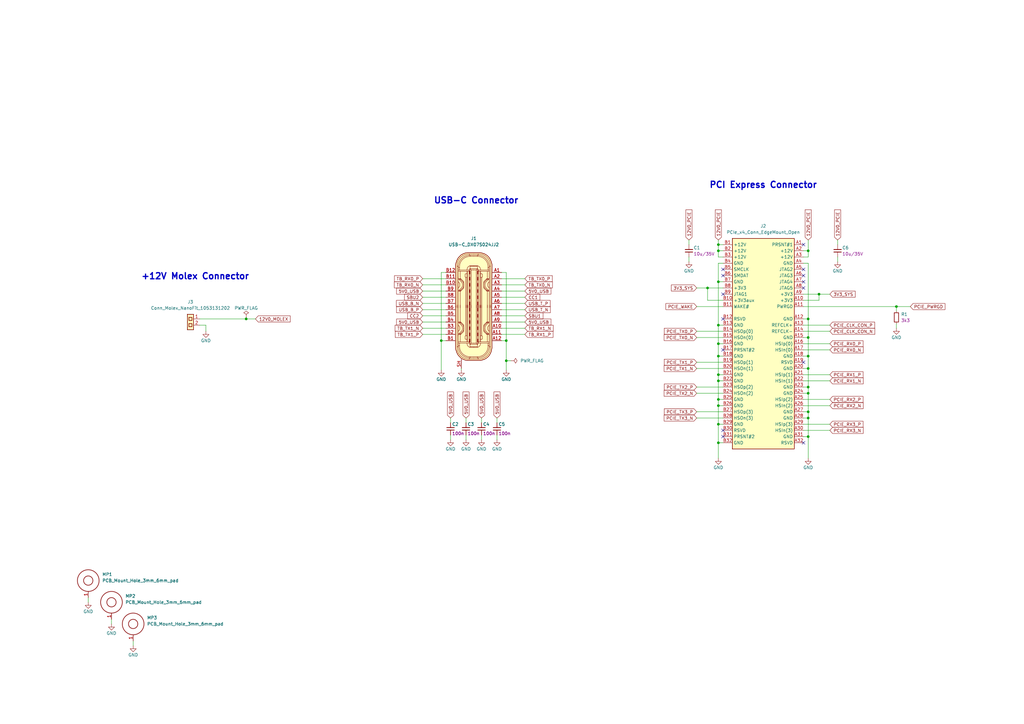
<source format=kicad_sch>
(kicad_sch (version 20230121) (generator eeschema)
  (paper "A3")
  (title_block (title "Thunderbolt PCIe Adaper") (date "2023-08-09") (rev "1.0.2") (comment 1 "www.antmicro.com") (comment 2 "Antmicro Ltd."))
  (lib_symbols
    (symbol "antmicropower:PWR_FLAG" (power) (pin_numbers hide) (pin_names (offset 0) hide)
      (property "Value" "PWR_FLAG" (at 0 3.81 0))
      (symbol "PWR_FLAG_0_0"
        (pin power_out line (at 0 0 90) (length 0) (name "pwr") (number "1"))
      )
      (symbol "PWR_FLAG_0_1"
        (polyline (pts (xy 0 0) (xy 0 1.27) (xy -1.016 1.905) (xy 0 2.54) (xy 1.016 1.905) (xy 0 1.27)))
      )
    )
    (symbol "thunderbolt-pcie-adapter:C_100n_0402" (pin_numbers hide) (pin_names hide)
      (property "Reference" "C" (at 20.32 -5.08 0))
      (property "Val" "100n" (at 20.32 -7.62 0))
      (symbol "C_100n_0402_0_1"
        (polyline (pts (xy 2.032 -1.524) (xy 2.032 1.524)) (stroke (width 0.3048)))
        (polyline (pts (xy 3.048 -1.524) (xy 3.048 1.524)) (stroke (width 0.3302)))
      )
      (symbol "C_100n_0402_1_1"
        (pin passive line (at 0 0 0) (length 2.032) (name "~") (number "1"))
        (pin passive line (at 5.08 0 180) (length 2.032) (name "~") (number "2"))
      )
    )
    (symbol "thunderbolt-pcie-adapter:C_10u_0805_35V" (pin_numbers hide) (pin_names hide)
      (property "Reference" "C" (at 20.32 -5.08 0))
      (property "Val" "10u/35V" (at 20.32 -7.62 0))
      (symbol "C_10u_0805_35V_0_1"
        (polyline (pts (xy 2.032 -1.524) (xy 2.032 1.524)) (stroke (width 0.3048)))
        (polyline (pts (xy 3.048 -1.524) (xy 3.048 1.524)) (stroke (width 0.3302)))
      )
      (symbol "C_10u_0805_35V_1_1"
        (pin passive line (at 0 0 0) (length 2.032) (name "~") (number "1"))
        (pin passive line (at 5.08 0 180) (length 2.032) (name "~") (number "2"))
      )
    )
    (symbol "thunderbolt-pcie-adapter:Conn_Molex_NanoFit_1053131202"
      (property "Reference" "J" (at 20.32 -5.08 0))
      (property "Value" "Conn_Molex_NanoFit_1053131202" (at 20.32 -7.62 0))
      (symbol "Conn_Molex_NanoFit_1053131202_1_1"
        (rectangle (start -5.08 1.905) (end -2.54 -4.445) (stroke (width 0.254)) (fill (type background)))
        (rectangle (start -4.445 -1.905) (end -3.175 -3.175) (stroke (width 0.254)) (fill (type background)))
        (rectangle (start -4.445 0.635) (end -3.175 -0.635) (stroke (width 0.254)) (fill (type background)))
        (pin input line (at 0 0 180) (length 2.54) (name "~") (number "1"))
        (pin input line (at 0 -2.54 180) (length 2.54) (name "~") (number "2"))
      )
    )
    (symbol "thunderbolt-pcie-adapter:GND" (power) (pin_names (offset 0))
      (property "Value" "GND" (at 0 -3.81 0))
      (symbol "GND_0_1"
        (polyline (pts (xy 0 0) (xy 0 -1.27) (xy 1.27 -1.27) (xy 0 -2.54) (xy -1.27 -1.27) (xy 0 -1.27)))
      )
      (symbol "GND_1_1"
        (pin power_in line (at 0 0 270) (length 0) hide (name "GND") (number "1"))
      )
    )
    (symbol "thunderbolt-pcie-adapter:PCB_Mount_Hole_3mm_6mm_pad" (pin_names hide)
      (property "Reference" "MP" (at 20.32 -2.54 0))
      (property "Value" "PCB_Mount_Hole_3mm_6mm_pad" (at 20.32 -5.08 0))
      (symbol "PCB_Mount_Hole_3mm_6mm_pad_1_1"
        (circle (center 6.985 0) (radius 1.905) (stroke (width 0.254)))
        (circle (center 6.985 0) (radius 4.445) (stroke (width 0.254)))
        (pin input line (at 0 0 0) (length 2.54) (name "1") (number "1"))
      )
    )
    (symbol "thunderbolt-pcie-adapter:PCIe_x4_Conn_EdgeMount_Open"
      (property "Reference" "J" (at 48.26 -2.54 0))
      (property "Value" "PCIe_x4_Conn_EdgeMount_Open" (at 48.26 -5.08 0))
      (symbol "PCIe_x4_Conn_EdgeMount_Open_0_1"
        (rectangle (start 3.81 2.54) (end 29.21 -83.82) (stroke (width 0.254)) (fill (type background)))
      )
      (symbol "PCIe_x4_Conn_EdgeMount_Open_1_1"
        (pin passive line (at 33.02 0 180) (length 3.81) (name "PRSNT#1") (number "A1"))
        (pin passive line (at 33.02 -22.86 180) (length 3.81) (name "+3V3") (number "A10"))
        (pin passive line (at 33.02 -25.4 180) (length 3.81) (name "PWRGD") (number "A11"))
        (pin passive line (at 33.02 -30.48 180) (length 3.81) (name "GND") (number "A12"))
        (pin passive line (at 33.02 -33.02 180) (length 3.81) (name "REFCLK+") (number "A13"))
        (pin passive line (at 33.02 -35.56 180) (length 3.81) (name "REFCLK-") (number "A14"))
        (pin passive line (at 33.02 -38.1 180) (length 3.81) (name "GND") (number "A15"))
        (pin passive line (at 33.02 -40.64 180) (length 3.81) (name "HSIp(0)") (number "A16"))
        (pin passive line (at 33.02 -43.18 180) (length 3.81) (name "HSIn(0)") (number "A17"))
        (pin passive line (at 33.02 -45.72 180) (length 3.81) (name "GND") (number "A18"))
        (pin passive line (at 33.02 -48.26 180) (length 3.81) (name "RSVD") (number "A19"))
        (pin passive line (at 33.02 -2.54 180) (length 3.81) (name "+12V") (number "A2"))
        (pin passive line (at 33.02 -50.8 180) (length 3.81) (name "GND") (number "A20"))
        (pin passive line (at 33.02 -53.34 180) (length 3.81) (name "HSIp(1)") (number "A21"))
        (pin passive line (at 33.02 -55.88 180) (length 3.81) (name "HSIn(1)") (number "A22"))
        (pin passive line (at 33.02 -58.42 180) (length 3.81) (name "GND") (number "A23"))
        (pin passive line (at 33.02 -60.96 180) (length 3.81) (name "GND") (number "A24"))
        (pin passive line (at 33.02 -63.5 180) (length 3.81) (name "HSIp(2)") (number "A25"))
        (pin passive line (at 33.02 -66.04 180) (length 3.81) (name "HSIn(2)") (number "A26"))
        (pin passive line (at 33.02 -68.58 180) (length 3.81) (name "GND") (number "A27"))
        (pin input line (at 33.02 -71.12 180) (length 3.81) (name "GND") (number "A28"))
        (pin passive line (at 33.02 -73.66 180) (length 3.81) (name "HSIp(3)") (number "A29"))
        (pin passive line (at 33.02 -5.08 180) (length 3.81) (name "+12V") (number "A3"))
        (pin passive line (at 33.02 -76.2 180) (length 3.81) (name "HSIn(3)") (number "A30"))
        (pin passive line (at 33.02 -78.74 180) (length 3.81) (name "GND") (number "A31"))
        (pin passive line (at 33.02 -81.28 180) (length 3.81) (name "RSVD") (number "A32"))
        (pin passive line (at 33.02 -7.62 180) (length 3.81) (name "GND") (number "A4"))
        (pin passive line (at 33.02 -10.16 180) (length 3.81) (name "JTAG2") (number "A5"))
        (pin passive line (at 33.02 -12.7 180) (length 3.81) (name "JTAG3") (number "A6"))
        (pin passive line (at 33.02 -15.24 180) (length 3.81) (name "JTAG4") (number "A7"))
        (pin passive line (at 33.02 -17.78 180) (length 3.81) (name "JTAG5") (number "A8"))
        (pin passive line (at 33.02 -20.32 180) (length 3.81) (name "+3V3") (number "A9"))
        (pin passive line (at 0 0 0) (length 3.81) (name "+12V") (number "B1"))
        (pin passive line (at 0 -22.86 0) (length 3.81) (name "+3V3aux") (number "B10"))
        (pin passive line (at 0 -25.4 0) (length 3.81) (name "WAKE#") (number "B11"))
        (pin passive line (at 0 -30.48 0) (length 3.81) (name "RSVD") (number "B12"))
        (pin passive line (at 0 -33.02 0) (length 3.81) (name "GND") (number "B13"))
        (pin passive line (at 0 -35.56 0) (length 3.81) (name "HSOp(0)") (number "B14"))
        (pin passive line (at 0 -38.1 0) (length 3.81) (name "HSOn(0)") (number "B15"))
        (pin passive line (at 0 -40.64 0) (length 3.81) (name "GND") (number "B16"))
        (pin passive line (at 0 -43.18 0) (length 3.81) (name "PRSNT#2") (number "B17"))
        (pin passive line (at 0 -45.72 0) (length 3.81) (name "GND") (number "B18"))
        (pin passive line (at 0 -48.26 0) (length 3.81) (name "HSOp(1)") (number "B19"))
        (pin passive line (at 0 -2.54 0) (length 3.81) (name "+12V") (number "B2"))
        (pin passive line (at 0 -50.8 0) (length 3.81) (name "HSOn(1)") (number "B20"))
        (pin passive line (at 0 -53.34 0) (length 3.81) (name "GND") (number "B21"))
        (pin passive line (at 0 -55.88 0) (length 3.81) (name "GND") (number "B22"))
        (pin passive line (at 0 -58.42 0) (length 3.81) (name "HSOp(2)") (number "B23"))
        (pin passive line (at 0 -60.96 0) (length 3.81) (name "HSOn(2)") (number "B24"))
        (pin passive line (at 0 -63.5 0) (length 3.81) (name "GND") (number "B25"))
        (pin passive line (at 0 -66.04 0) (length 3.81) (name "GND") (number "B26"))
        (pin passive line (at 0 -68.58 0) (length 3.81) (name "HSOp(3)") (number "B27"))
        (pin passive line (at 0 -71.12 0) (length 3.81) (name "HSOn(3)") (number "B28"))
        (pin passive line (at 0 -73.66 0) (length 3.81) (name "GND") (number "B29"))
        (pin passive line (at 0 -5.08 0) (length 3.81) (name "+12V") (number "B3"))
        (pin passive line (at 0 -76.2 0) (length 3.81) (name "RSVD") (number "B30"))
        (pin passive line (at 0 -78.74 0) (length 3.81) (name "PRSNT#2") (number "B31"))
        (pin passive line (at 0 -81.28 0) (length 3.81) (name "GND") (number "B32"))
        (pin passive line (at 0 -7.62 0) (length 3.81) (name "GND") (number "B4"))
        (pin passive line (at 0 -10.16 0) (length 3.81) (name "SMCLK") (number "B5"))
        (pin passive line (at 0 -12.7 0) (length 3.81) (name "SMDAT") (number "B6"))
        (pin passive line (at 0 -15.24 0) (length 3.81) (name "GND") (number "B7"))
        (pin passive line (at 0 -17.78 0) (length 3.81) (name "+3V3") (number "B8"))
        (pin passive line (at 0 -20.32 0) (length 3.81) (name "JTAG1") (number "B9"))
      )
    )
    (symbol "thunderbolt-pcie-adapter:R_3k3_0402" (pin_numbers hide) (pin_names hide)
      (property "Reference" "R" (at 20.32 -5.08 0))
      (property "Val" "3k3" (at 20.32 -7.62 0))
      (symbol "R_3k3_0402_0_1"
        (rectangle (start 0.635 0.889) (end 4.445 -0.889) (stroke (width 0.254)))
      )
      (symbol "R_3k3_0402_1_1"
        (pin passive line (at 0 0 0) (length 0.635) (name "~") (number "1"))
        (pin passive line (at 5.08 0 180) (length 0.635) (name "~") (number "2"))
      )
    )
    (symbol "thunderbolt-pcie-adapter:USB-C_DX07S024JJ2"
      (property "Reference" "J" (at 36.83 2.54 0))
      (property "Value" "USB-C_DX07S024JJ2" (at 36.83 0 0))
      (symbol "USB-C_DX07S024JJ2_1_1"
        (polyline (pts (xy 4.572 -14.478) (xy 4.572 -13.335)))
        (polyline (pts (xy 5.08 -28.956) (xy 9.525 -28.956)))
        (polyline (pts (xy 5.08 -26.035) (xy 5.08 -13.97)))
        (polyline (pts (xy 5.08 -14.478) (xy 5.08 -13.335)))
        (polyline (pts (xy 5.08 -1.905) (xy 5.08 -13.97)))
        (polyline (pts (xy 5.08 1.016) (xy 9.525 1.016)))
        (polyline (pts (xy 5.588 -25.4) (xy 5.588 -24.892)))
        (polyline (pts (xy 5.588 -20.32) (xy 5.588 -20.828)))
        (polyline (pts (xy 5.588 -7.62) (xy 5.588 -7.112)))
        (polyline (pts (xy 5.588 -2.54) (xy 5.588 -3.048)))
        (polyline (pts (xy 5.842 -28.448) (xy 5.842 -25.4)))
        (polyline (pts (xy 5.842 -20.32) (xy 5.842 -13.97)))
        (polyline (pts (xy 5.842 -14.478) (xy 5.842 -13.335)))
        (polyline (pts (xy 5.842 -7.62) (xy 5.842 -13.97)))
        (polyline (pts (xy 5.842 0.508) (xy 5.842 -2.54)))
        (polyline (pts (xy 6.096 -25.4) (xy 6.096 -25.019)))
        (polyline (pts (xy 6.096 -20.574) (xy 6.096 -20.701)))
        (polyline (pts (xy 6.096 -20.32) (xy 6.096 -20.574)))
        (polyline (pts (xy 6.096 -7.62) (xy 6.096 -7.366)))
        (polyline (pts (xy 6.096 -7.366) (xy 6.096 -7.239)))
        (polyline (pts (xy 6.096 -2.54) (xy 6.096 -2.921)))
        (polyline (pts (xy 8.128 -14.478) (xy 8.128 -13.335)))
        (polyline (pts (xy 8.128 -13.97) (xy 8.128 -25.908)))
        (polyline (pts (xy 8.128 -13.97) (xy 8.128 -2.032)))
        (polyline (pts (xy 8.636 -14.478) (xy 8.636 -13.335)))
        (polyline (pts (xy 8.636 -13.97) (xy 8.636 -28.448)))
        (polyline (pts (xy 8.636 -13.97) (xy 8.636 0.508)))
        (polyline (pts (xy 8.89 -28.448) (xy 8.89 -13.97)))
        (polyline (pts (xy 8.89 -14.478) (xy 8.89 -13.335)))
        (polyline (pts (xy 8.89 0.508) (xy 8.89 -13.97)))
        (polyline (pts (xy 9.525 -28.448) (xy 5.08 -28.448)))
        (polyline (pts (xy 9.525 -14.478) (xy 9.525 -13.335)))
        (polyline (pts (xy 9.525 -13.97) (xy 9.525 -28.575)))
        (polyline (pts (xy 9.525 -13.97) (xy 9.525 0.635)))
        (polyline (pts (xy 9.525 0.508) (xy 5.08 0.508)))
        (polyline (pts (xy 9.652 -35.56) (xy 11.43 -35.56)) (fill (type background)))
        (polyline (pts (xy 9.652 -35.052) (xy 9.652 -35.433)))
        (polyline (pts (xy 9.652 -35.052) (xy 11.43 -35.052)))
        (polyline (pts (xy 9.652 7.112) (xy 9.652 7.493)))
        (polyline (pts (xy 9.652 7.112) (xy 11.43 7.112)))
        (polyline (pts (xy 9.652 7.62) (xy 11.43 7.62)) (fill (type background)))
        (polyline (pts (xy 9.906 -34.671) (xy 9.906 -35.052)))
        (polyline (pts (xy 9.906 -34.544) (xy 11.43 -34.544)))
        (polyline (pts (xy 9.906 -14.478) (xy 9.906 -13.335)))
        (polyline (pts (xy 9.906 6.604) (xy 11.43 6.604)))
        (polyline (pts (xy 9.906 6.731) (xy 9.906 7.112)))
        (polyline (pts (xy 10.414 -28.956) (xy 9.906 -29.464)))
        (polyline (pts (xy 10.414 -14.478) (xy 10.414 -13.335)))
        (polyline (pts (xy 10.414 1.016) (xy 9.906 1.524)))
        (polyline (pts (xy 11.43 -30.734) (xy 9.906 -30.734)))
        (polyline (pts (xy 11.43 -30.734) (xy 12.954 -30.734)))
        (polyline (pts (xy 11.43 2.794) (xy 9.906 2.794)))
        (polyline (pts (xy 11.43 2.794) (xy 12.954 2.794)))
        (polyline (pts (xy 12.446 -28.956) (xy 12.954 -29.464)))
        (polyline (pts (xy 12.446 -14.478) (xy 12.446 -13.335)))
        (polyline (pts (xy 12.446 1.016) (xy 12.954 1.524)))
        (polyline (pts (xy 12.954 -34.671) (xy 12.954 -35.052)))
        (polyline (pts (xy 12.954 -34.544) (xy 11.43 -34.544)))
        (polyline (pts (xy 12.954 -14.478) (xy 12.954 -13.335)))
        (polyline (pts (xy 12.954 6.604) (xy 11.43 6.604)))
        (polyline (pts (xy 12.954 6.731) (xy 12.954 7.112)))
        (polyline (pts (xy 13.208 -35.56) (xy 11.43 -35.56)) (fill (type background)))
        (polyline (pts (xy 13.208 -35.052) (xy 11.43 -35.052)))
        (polyline (pts (xy 13.208 -35.052) (xy 13.208 -35.433)))
        (polyline (pts (xy 13.208 7.112) (xy 11.43 7.112)))
        (polyline (pts (xy 13.208 7.112) (xy 13.208 7.493)))
        (polyline (pts (xy 13.208 7.62) (xy 11.43 7.62)) (fill (type background)))
        (polyline (pts (xy 13.335 -28.448) (xy 17.78 -28.448)))
        (polyline (pts (xy 13.335 -14.478) (xy 13.335 -13.335)))
        (polyline (pts (xy 13.335 -13.97) (xy 13.335 -28.575)))
        (polyline (pts (xy 13.335 -13.97) (xy 13.335 0.635)))
        (polyline (pts (xy 13.335 0.508) (xy 17.78 0.508)))
        (polyline (pts (xy 13.97 -28.448) (xy 13.97 -13.97)))
        (polyline (pts (xy 13.97 -14.478) (xy 13.97 -13.335)))
        (polyline (pts (xy 13.97 0.508) (xy 13.97 -13.97)))
        (polyline (pts (xy 14.224 -14.478) (xy 14.224 -13.335)))
        (polyline (pts (xy 14.224 -13.97) (xy 14.224 -28.448)))
        (polyline (pts (xy 14.224 -13.97) (xy 14.224 0.508)))
        (polyline (pts (xy 14.732 -14.478) (xy 14.732 -13.335)))
        (polyline (pts (xy 14.732 -13.97) (xy 14.732 -25.908)))
        (polyline (pts (xy 14.732 -13.97) (xy 14.732 -2.032)))
        (polyline (pts (xy 16.764 -25.4) (xy 16.764 -25.019)))
        (polyline (pts (xy 16.764 -20.574) (xy 16.764 -20.701)))
        (polyline (pts (xy 16.764 -20.32) (xy 16.764 -20.574)))
        (polyline (pts (xy 16.764 -7.62) (xy 16.764 -7.366)))
        (polyline (pts (xy 16.764 -7.366) (xy 16.764 -7.239)))
        (polyline (pts (xy 16.764 -2.54) (xy 16.764 -2.921)))
        (polyline (pts (xy 17.018 -28.448) (xy 17.018 -25.4)))
        (polyline (pts (xy 17.018 -20.32) (xy 17.018 -13.97)))
        (polyline (pts (xy 17.018 -14.478) (xy 17.018 -13.335)))
        (polyline (pts (xy 17.018 -7.62) (xy 17.018 -13.97)))
        (polyline (pts (xy 17.018 0.508) (xy 17.018 -2.54)))
        (polyline (pts (xy 17.272 -25.4) (xy 17.272 -24.892)))
        (polyline (pts (xy 17.272 -20.32) (xy 17.272 -20.828)))
        (polyline (pts (xy 17.272 -7.62) (xy 17.272 -7.112)))
        (polyline (pts (xy 17.272 -2.54) (xy 17.272 -3.048)))
        (polyline (pts (xy 17.78 -28.956) (xy 13.335 -28.956)))
        (polyline (pts (xy 17.78 -26.035) (xy 17.78 -13.97)))
        (polyline (pts (xy 17.78 -14.478) (xy 17.78 -13.335)))
        (polyline (pts (xy 17.78 -1.905) (xy 17.78 -13.97)))
        (polyline (pts (xy 17.78 1.016) (xy 13.335 1.016)))
        (polyline (pts (xy 18.288 -14.478) (xy 18.288 -13.335)))
        (polyline (pts (xy 18.796 -14.478) (xy 18.796 -13.335)))
        (polyline (pts (xy 5.08 -30.48) (xy 4.572 -30.48) (xy 4.572 -13.97)))
        (polyline (pts (xy 5.08 -25.654) (xy 5.08 -29.845) (xy 5.08 -30.48)))
        (polyline (pts (xy 5.08 -2.286) (xy 5.08 1.905) (xy 5.08 2.54)))
        (polyline (pts (xy 5.08 2.54) (xy 4.572 2.54) (xy 4.572 -13.97)))
        (polyline (pts (xy 5.588 -28.956) (xy 5.588 -29.972) (xy 5.08 -29.972)))
        (polyline (pts (xy 5.588 1.016) (xy 5.588 2.032) (xy 5.08 2.032)))
        (polyline (pts (xy 9.906 -13.97) (xy 9.906 -29.464) (xy 11.43 -29.464)))
        (polyline (pts (xy 9.906 -13.97) (xy 9.906 1.524) (xy 11.43 1.524)))
        (polyline (pts (xy 10.414 -13.97) (xy 10.414 -28.956) (xy 11.43 -28.956)))
        (polyline (pts (xy 10.414 -13.97) (xy 10.414 1.016) (xy 11.43 1.016)))
        (polyline (pts (xy 12.446 -13.97) (xy 12.446 -28.956) (xy 11.43 -28.956)))
        (polyline (pts (xy 12.446 -13.97) (xy 12.446 1.016) (xy 11.43 1.016)))
        (polyline (pts (xy 12.954 -13.97) (xy 12.954 -29.464) (xy 11.43 -29.464)))
        (polyline (pts (xy 12.954 -13.97) (xy 12.954 1.524) (xy 11.43 1.524)))
        (polyline (pts (xy 17.272 -28.956) (xy 17.272 -29.972) (xy 17.78 -29.972)))
        (polyline (pts (xy 17.272 1.016) (xy 17.272 2.032) (xy 17.78 2.032)))
        (polyline (pts (xy 17.78 -30.48) (xy 18.288 -30.48) (xy 18.288 -13.97)))
        (polyline (pts (xy 17.78 -25.654) (xy 17.78 -29.845) (xy 17.78 -30.48)))
        (polyline (pts (xy 17.78 -2.286) (xy 17.78 1.905) (xy 17.78 2.54)))
        (polyline (pts (xy 17.78 2.54) (xy 18.288 2.54) (xy 18.288 -13.97)))
        (polyline (pts (xy 5.08 -25.4) (xy 6.5024 -23.9776) (xy 6.7564 -23.4696) (xy 6.858 -22.86)))
        (polyline (pts (xy 5.08 -24.13) (xy 5.588 -23.5712) (xy 5.6896 -23.241) (xy 5.715 -22.8854)))
        (polyline (pts (xy 5.08 -21.59) (xy 5.588 -22.1488) (xy 5.6896 -22.479) (xy 5.715 -22.8346)))
        (polyline (pts (xy 5.08 -20.32) (xy 6.5024 -21.7424) (xy 6.7564 -22.2504) (xy 6.858 -22.86)))
        (polyline (pts (xy 5.08 -7.62) (xy 6.5024 -6.1976) (xy 6.7564 -5.6896) (xy 6.858 -5.08)))
        (polyline (pts (xy 5.08 -6.35) (xy 5.588 -5.7912) (xy 5.6896 -5.461) (xy 5.715 -5.1054)))
        (polyline (pts (xy 5.08 -3.81) (xy 5.588 -4.3688) (xy 5.6896 -4.699) (xy 5.715 -5.0546)))
        (polyline (pts (xy 5.08 -2.54) (xy 6.5024 -3.9624) (xy 6.7564 -4.4704) (xy 6.858 -5.08)))
        (polyline (pts (xy 9.525 -28.575) (xy 9.525 -28.956) (xy 9.652 -29.21) (xy 9.906 -29.464)))
        (polyline (pts (xy 9.525 0.635) (xy 9.525 1.016) (xy 9.652 1.27) (xy 9.906 1.524)))
        (polyline (pts (xy 11.43 -30.48) (xy 10.033 -30.48) (xy 9.906 -30.48) (xy 9.906 -29.464)))
        (polyline (pts (xy 11.43 -30.48) (xy 12.827 -30.48) (xy 12.954 -30.48) (xy 12.954 -29.464)))
        (polyline (pts (xy 11.43 2.54) (xy 10.033 2.54) (xy 9.906 2.54) (xy 9.906 1.524)))
        (polyline (pts (xy 11.43 2.54) (xy 12.827 2.54) (xy 12.954 2.54) (xy 12.954 1.524)))
        (polyline (pts (xy 13.335 -28.575) (xy 13.335 -28.956) (xy 13.208 -29.21) (xy 12.954 -29.464)))
        (polyline (pts (xy 13.335 0.635) (xy 13.335 1.016) (xy 13.208 1.27) (xy 12.954 1.524)))
        (polyline (pts (xy 17.78 -25.4) (xy 16.3576 -23.9776) (xy 16.1036 -23.4696) (xy 16.002 -22.86)))
        (polyline (pts (xy 17.78 -24.13) (xy 17.272 -23.5712) (xy 17.1704 -23.241) (xy 17.145 -22.8854)))
        (polyline (pts (xy 17.78 -21.59) (xy 17.272 -22.1488) (xy 17.1704 -22.479) (xy 17.145 -22.8346)))
        (polyline (pts (xy 17.78 -20.32) (xy 16.3576 -21.7424) (xy 16.1036 -22.2504) (xy 16.002 -22.86)))
        (polyline (pts (xy 17.78 -7.62) (xy 16.3576 -6.1976) (xy 16.1036 -5.6896) (xy 16.002 -5.08)))
        (polyline (pts (xy 17.78 -6.35) (xy 17.272 -5.7912) (xy 17.1704 -5.461) (xy 17.145 -5.1054)))
        (polyline (pts (xy 17.78 -3.81) (xy 17.272 -4.3688) (xy 17.1704 -4.699) (xy 17.145 -5.0546)))
        (polyline (pts (xy 17.78 -2.54) (xy 16.3576 -3.9624) (xy 16.1036 -4.4704) (xy 16.002 -5.08)))
        (polyline (pts (xy 5.588 -25.4) (xy 6.6548 -24.4348) (xy 6.985 -24.0792) (xy 7.2136 -23.5966) (xy 7.366 -22.86)))
        (polyline (pts (xy 5.588 -20.32) (xy 6.6548 -21.2852) (xy 6.985 -21.6408) (xy 7.2136 -22.1234) (xy 7.366 -22.86)))
        (polyline (pts (xy 5.588 -7.62) (xy 6.6548 -6.6548) (xy 6.985 -6.2992) (xy 7.2136 -5.8166) (xy 7.366 -5.08)))
        (polyline (pts (xy 5.588 -2.54) (xy 6.6548 -3.5052) (xy 6.985 -3.8608) (xy 7.2136 -4.3434) (xy 7.366 -5.08)))
        (polyline (pts (xy 17.272 -25.4) (xy 16.2052 -24.4348) (xy 15.875 -24.0792) (xy 15.6464 -23.5966) (xy 15.494 -22.86)))
        (polyline (pts (xy 17.272 -20.32) (xy 16.2052 -21.2852) (xy 15.875 -21.6408) (xy 15.6464 -22.1234) (xy 15.494 -22.86)))
        (polyline (pts (xy 17.272 -7.62) (xy 16.2052 -6.6548) (xy 15.875 -6.2992) (xy 15.6464 -5.8166) (xy 15.494 -5.08)))
        (polyline (pts (xy 17.272 -2.54) (xy 16.2052 -3.5052) (xy 15.875 -3.8608) (xy 15.6464 -4.3434) (xy 15.494 -5.08)))
        (polyline (pts (xy 5.08 -25.4) (xy 6.096 -25.4) (xy 7.366 -24.13) (xy 7.366 -21.59) (xy 6.096 -20.32) (xy 5.08 -20.32)))
        (polyline (pts (xy 5.08 -2.54) (xy 6.096 -2.54) (xy 7.366 -3.81) (xy 7.366 -6.35) (xy 6.096 -7.62) (xy 5.08 -7.62)))
        (polyline (pts (xy 8.636 -28.956) (xy 8.6868 -29.3624) (xy 8.7884 -29.7688) (xy 9.0424 -30.1752) (xy 9.4488 -30.5308) (xy 9.906 -30.734)))
        (polyline (pts (xy 8.636 -27.432) (xy 8.128 -27.432) (xy 7.874 -27.178) (xy 7.874 -26.162) (xy 8.128 -25.908) (xy 8.636 -25.908)))
        (polyline (pts (xy 8.636 -0.508) (xy 8.128 -0.508) (xy 7.874 -0.762) (xy 7.874 -1.778) (xy 8.128 -2.032) (xy 8.636 -2.032)))
        (polyline (pts (xy 8.636 1.016) (xy 8.6868 1.4224) (xy 8.7884 1.8288) (xy 9.0424 2.2352) (xy 9.4488 2.5908) (xy 9.906 2.794)))
        (polyline (pts (xy 14.224 -28.956) (xy 14.1732 -29.3624) (xy 14.0716 -29.7688) (xy 13.8176 -30.1752) (xy 13.4112 -30.5308) (xy 12.954 -30.734)))
        (polyline (pts (xy 14.224 -27.432) (xy 14.732 -27.432) (xy 14.986 -27.178) (xy 14.986 -26.162) (xy 14.732 -25.908) (xy 14.224 -25.908)))
        (polyline (pts (xy 14.224 -0.508) (xy 14.732 -0.508) (xy 14.986 -0.762) (xy 14.986 -1.778) (xy 14.732 -2.032) (xy 14.224 -2.032)))
        (polyline (pts (xy 14.224 1.016) (xy 14.1732 1.4224) (xy 14.0716 1.8288) (xy 13.8176 2.2352) (xy 13.4112 2.5908) (xy 12.954 2.794)))
        (polyline (pts (xy 17.78 -25.4) (xy 16.764 -25.4) (xy 15.494 -24.13) (xy 15.494 -21.59) (xy 16.764 -20.32) (xy 17.78 -20.32)))
        (polyline (pts (xy 17.78 -2.54) (xy 16.764 -2.54) (xy 15.494 -3.81) (xy 15.494 -6.35) (xy 16.764 -7.62) (xy 17.78 -7.62)))
        (polyline (pts (xy 18.796 -13.97) (xy 18.923 -30.988) (xy 18.923 -30.988) (xy 18.796 -31.496) (xy 18.6944 -32.004) (xy 18.4912 -32.7152) (xy 18.1356 -33.4772) (xy 17.7292 -34.0868) (xy 17.3228 -34.544) (xy 16.8148 -35.0012) (xy 16.1036 -35.4584) (xy 15.3924 -35.7632) (xy 14.6812 -35.9664) (xy 13.97 -36.068) (xy 9.144 -36.068) (xy 8.0264 -35.9664) (xy 7.1628 -35.6616) (xy 6.096 -35.052) (xy 5.08 -33.9852) (xy 4.5212 -32.9692) (xy 4.1656 -31.9532) (xy 4.064 -31.623) (xy 3.937 -30.988) (xy 3.937 -13.97)) (stroke (width 0.254)) (fill (type background)))
        (polyline (pts (xy 18.796 -13.97) (xy 18.923 3.048) (xy 18.923 3.302) (xy 18.796 3.81) (xy 18.6944 4.064) (xy 18.4912 4.7752) (xy 18.1356 5.5372) (xy 17.7292 6.1468) (xy 17.3228 6.604) (xy 16.8148 7.0612) (xy 16.1036 7.5184) (xy 15.3924 7.8232) (xy 14.6812 8.0264) (xy 13.97 8.128) (xy 9.144 8.128) (xy 8.0264 8.0264) (xy 7.1628 7.7216) (xy 6.096 7.112) (xy 5.08 6.0452) (xy 4.5212 5.0292) (xy 4.1656 4.0132) (xy 4.064 3.556) (xy 3.937 2.921) (xy 3.937 -13.97)) (stroke (width 0.254)) (fill (type background)))
        (arc (start 4.572 -30.48) (mid 5.9808 -34.1512) (end 9.652 -35.56))
        (arc (start 5.08 -30.48) (mid 6.4551 -33.6769) (end 9.652 -35.052))
        (arc (start 5.588 -29.972) (mid 6.731 -33.2177) (end 9.906 -34.544))
        (rectangle (start 9.652 -28.575) (end 9.906 -27.305) (fill (type outline)))
        (rectangle (start 9.652 -26.035) (end 9.906 -24.765) (fill (type outline)))
        (rectangle (start 9.652 -23.495) (end 9.906 -22.225) (fill (type outline)))
        (rectangle (start 9.652 -20.955) (end 9.906 -19.685) (fill (type outline)))
        (rectangle (start 9.652 -18.415) (end 9.906 -17.145) (fill (type outline)))
        (rectangle (start 9.652 -15.875) (end 9.906 -14.605) (fill (type outline)))
        (rectangle (start 9.652 -12.065) (end 9.906 -13.335) (fill (type outline)))
        (rectangle (start 9.652 -9.525) (end 9.906 -10.795) (fill (type outline)))
        (rectangle (start 9.652 -6.985) (end 9.906 -8.255) (fill (type outline)))
        (rectangle (start 9.652 -4.445) (end 9.906 -5.715) (fill (type outline)))
        (rectangle (start 9.652 -1.905) (end 9.906 -3.175) (fill (type outline)))
        (rectangle (start 9.652 0.635) (end 9.906 -0.635) (fill (type outline)))
        (arc (start 9.652 7.112) (mid 6.4551 5.7369) (end 5.08 2.54))
        (arc (start 9.652 7.62) (mid 5.9808 6.2112) (end 4.572 2.54))
        (arc (start 9.906 6.604) (mid 6.7399 5.2691) (end 5.588 2.032))
        (arc (start 12.954 -34.544) (mid 16.1201 -33.2091) (end 17.272 -29.972))
        (arc (start 13.208 -35.56) (mid 16.8792 -34.1512) (end 18.288 -30.48))
        (arc (start 13.208 -35.052) (mid 16.4049 -33.6769) (end 17.78 -30.48))
        (rectangle (start 13.208 -28.575) (end 12.954 -27.305) (fill (type outline)))
        (rectangle (start 13.208 -26.035) (end 12.954 -24.765) (fill (type outline)))
        (rectangle (start 13.208 -23.495) (end 12.954 -22.225) (fill (type outline)))
        (rectangle (start 13.208 -20.955) (end 12.954 -19.685) (fill (type outline)))
        (rectangle (start 13.208 -18.415) (end 12.954 -17.145) (fill (type outline)))
        (rectangle (start 13.208 -15.875) (end 12.954 -14.605) (fill (type outline)))
        (rectangle (start 13.208 -12.065) (end 12.954 -13.335) (fill (type outline)))
        (rectangle (start 13.208 -9.525) (end 12.954 -10.795) (fill (type outline)))
        (rectangle (start 13.208 -6.985) (end 12.954 -8.255) (fill (type outline)))
        (rectangle (start 13.208 -4.445) (end 12.954 -5.715) (fill (type outline)))
        (rectangle (start 13.208 -1.905) (end 12.954 -3.175) (fill (type outline)))
        (rectangle (start 13.208 0.635) (end 12.954 -0.635) (fill (type outline)))
        (arc (start 17.272 2.032) (mid 16.129 5.2777) (end 12.954 6.604))
        (arc (start 17.78 2.54) (mid 16.4049 5.7369) (end 13.208 7.112))
        (arc (start 18.288 2.54) (mid 16.8792 6.2112) (end 13.208 7.62))
        (pin passive line (at 22.86 0 180) (length 3.81) (name "~") (number "A1"))
        (pin passive line (at 22.86 -22.86 180) (length 3.81) (name "~") (number "A10"))
        (pin passive line (at 22.86 -25.4 180) (length 3.81) (name "~") (number "A11"))
        (pin passive line (at 22.86 -27.94 180) (length 3.81) (name "~") (number "A12"))
        (pin passive line (at 22.86 -2.54 180) (length 3.81) (name "~") (number "A2"))
        (pin passive line (at 22.86 -5.08 180) (length 3.81) (name "~") (number "A3"))
        (pin passive line (at 22.86 -7.62 180) (length 3.81) (name "~") (number "A4"))
        (pin passive line (at 22.86 -10.16 180) (length 3.81) (name "~") (number "A5"))
        (pin passive line (at 22.86 -12.7 180) (length 3.81) (name "~") (number "A6"))
        (pin passive line (at 22.86 -15.24 180) (length 3.81) (name "~") (number "A7"))
        (pin passive line (at 22.86 -17.78 180) (length 3.81) (name "~") (number "A8"))
        (pin passive line (at 22.86 -20.32 180) (length 3.81) (name "~") (number "A9"))
        (pin passive line (at 0 -27.94 0) (length 3.81) (name "~") (number "B1"))
        (pin passive line (at 0 -5.08 0) (length 3.81) (name "~") (number "B10"))
        (pin passive line (at 0 -2.54 0) (length 3.81) (name "~") (number "B11"))
        (pin passive line (at 0 0 0) (length 3.81) (name "~") (number "B12"))
        (pin passive line (at 0 -25.4 0) (length 3.81) (name "~") (number "B2"))
        (pin passive line (at 0 -22.86 0) (length 3.81) (name "~") (number "B3"))
        (pin passive line (at 0 -20.32 0) (length 3.81) (name "~") (number "B4"))
        (pin passive line (at 0 -17.78 0) (length 3.81) (name "~") (number "B5"))
        (pin passive line (at 0 -15.24 0) (length 3.81) (name "~") (number "B6"))
        (pin passive line (at 0 -12.7 0) (length 3.81) (name "~") (number "B7"))
        (pin passive line (at 0 -10.16 0) (length 3.81) (name "~") (number "B8"))
        (pin passive line (at 0 -7.62 0) (length 3.81) (name "~") (number "B9"))
        (pin input line (at 6.35 -39.37 90) (length 3.81) (name "~") (number "SH"))
      )
    )
  )
  (junction (at 290.195 118.11))
  (junction (at 294.64 115.57))
  (junction (at 294.64 133.35))
  (junction (at 294.64 153.67))
  (junction (at 180.975 139.7))
  (junction (at 294.64 102.87))
  (junction (at 294.64 173.99))
  (junction (at 294.64 146.05))
  (junction (at 331.47 138.43))
  (junction (at 331.47 151.13))
  (junction (at 331.47 102.87))
  (junction (at 331.47 146.05))
  (junction (at 335.915 120.65))
  (junction (at 331.47 130.81))
  (junction (at 294.64 140.97))
  (junction (at 331.47 161.29))
  (junction (at 331.47 168.91))
  (junction (at 100.965 130.81))
  (junction (at 331.47 158.75))
  (junction (at 294.64 166.37))
  (junction (at 294.64 181.61))
  (junction (at 294.64 163.83))
  (junction (at 294.64 100.33))
  (junction (at 207.645 147.955))
  (junction (at 331.47 179.07))
  (junction (at 367.665 125.73))
  (junction (at 331.47 171.45))
  (junction (at 294.64 156.21))
  (junction (at 207.645 139.7))
  (no_connect (at 296.545 110.49))
  (no_connect (at 296.545 176.53))
  (no_connect (at 296.545 143.51))
  (no_connect (at 329.565 110.49))
  (no_connect (at 329.565 181.61))
  (no_connect (at 296.545 113.03))
  (no_connect (at 296.545 130.81))
  (no_connect (at 329.565 100.33))
  (no_connect (at 296.545 179.07))
  (no_connect (at 329.565 113.03))
  (no_connect (at 296.545 120.65))
  (no_connect (at 329.565 115.57))
  (no_connect (at 329.565 148.59))
  (no_connect (at 329.565 118.11))
  (wire (pts (xy 205.74 111.76) (xy 207.645 111.76)))
  (wire (pts (xy 294.64 133.35) (xy 294.64 140.97)))
  (wire (pts (xy 329.565 173.99) (xy 340.36 173.99)))
  (wire (pts (xy 205.74 132.08) (xy 215.265 132.08)))
  (wire (pts (xy 191.135 171.45) (xy 191.135 173.355)))
  (wire (pts (xy 329.565 102.87) (xy 331.47 102.87)))
  (wire (pts (xy 173.355 134.62) (xy 182.88 134.62)))
  (wire (pts (xy 282.575 98.425) (xy 282.575 100.33)))
  (wire (pts (xy 182.88 132.08) (xy 173.355 132.08)))
  (wire (pts (xy 205.74 139.7) (xy 207.645 139.7)))
  (wire (pts (xy 294.64 102.87) (xy 296.545 102.87)))
  (wire (pts (xy 285.75 171.45) (xy 296.545 171.45)))
  (wire (pts (xy 285.75 158.75) (xy 296.545 158.75)))
  (wire (pts (xy 294.64 107.95) (xy 294.64 115.57)))
  (wire (pts (xy 182.88 119.38) (xy 173.355 119.38)))
  (wire (pts (xy 296.545 140.97) (xy 294.64 140.97)))
  (wire (pts (xy 331.47 168.91) (xy 331.47 171.45)))
  (wire (pts (xy 329.565 130.81) (xy 331.47 130.81)))
  (wire (pts (xy 294.64 156.21) (xy 294.64 163.83)))
  (wire (pts (xy 173.355 129.54) (xy 182.88 129.54)))
  (wire (pts (xy 290.195 118.11) (xy 290.195 123.19)))
  (wire (pts (xy 329.565 179.07) (xy 331.47 179.07)))
  (wire (pts (xy 367.665 132.715) (xy 367.665 134.62)))
  (wire (pts (xy 205.74 127) (xy 215.265 127)))
  (wire (pts (xy 331.47 171.45) (xy 331.47 179.07)))
  (wire (pts (xy 329.565 125.73) (xy 367.665 125.73)))
  (wire (pts (xy 205.74 121.92) (xy 215.265 121.92)))
  (wire (pts (xy 331.47 146.05) (xy 331.47 151.13)))
  (wire (pts (xy 207.645 147.955) (xy 207.645 151.765)))
  (wire (pts (xy 184.785 171.45) (xy 184.785 173.355)))
  (wire (pts (xy 285.75 148.59) (xy 296.545 148.59)))
  (wire (pts (xy 100.965 130.175) (xy 100.965 130.81)))
  (wire (pts (xy 329.565 163.83) (xy 340.36 163.83)))
  (wire (pts (xy 197.485 171.45) (xy 197.485 173.355)))
  (wire (pts (xy 294.64 102.87) (xy 294.64 105.41)))
  (wire (pts (xy 173.355 127) (xy 182.88 127)))
  (wire (pts (xy 203.835 171.45) (xy 203.835 173.355)))
  (wire (pts (xy 331.47 130.81) (xy 331.47 138.43)))
  (wire (pts (xy 191.135 178.435) (xy 191.135 180.34)))
  (wire (pts (xy 329.565 120.65) (xy 335.915 120.65)))
  (wire (pts (xy 367.665 125.73) (xy 367.665 127.635)))
  (wire (pts (xy 331.47 179.07) (xy 331.47 187.96)))
  (wire (pts (xy 294.64 100.33) (xy 294.64 102.87)))
  (wire (pts (xy 285.75 168.91) (xy 296.545 168.91)))
  (wire (pts (xy 331.47 161.29) (xy 331.47 168.91)))
  (wire (pts (xy 335.915 120.65) (xy 340.36 120.65)))
  (wire (pts (xy 329.565 176.53) (xy 340.36 176.53)))
  (wire (pts (xy 205.74 134.62) (xy 215.265 134.62)))
  (wire (pts (xy 197.485 178.435) (xy 197.485 180.34)))
  (wire (pts (xy 205.74 129.54) (xy 215.265 129.54)))
  (wire (pts (xy 180.975 111.76) (xy 180.975 139.7)))
  (wire (pts (xy 331.47 151.13) (xy 331.47 158.75)))
  (wire (pts (xy 329.565 146.05) (xy 331.47 146.05)))
  (wire (pts (xy 296.545 133.35) (xy 294.64 133.35)))
  (wire (pts (xy 296.545 163.83) (xy 294.64 163.83)))
  (wire (pts (xy 294.64 100.33) (xy 296.545 100.33)))
  (wire (pts (xy 285.75 161.29) (xy 296.545 161.29)))
  (wire (pts (xy 173.355 114.3) (xy 182.88 114.3)))
  (wire (pts (xy 294.64 163.83) (xy 294.64 166.37)))
  (wire (pts (xy 296.545 166.37) (xy 294.64 166.37)))
  (wire (pts (xy 294.64 98.425) (xy 294.64 100.33)))
  (wire (pts (xy 100.965 130.81) (xy 104.775 130.81)))
  (wire (pts (xy 331.47 98.425) (xy 331.47 102.87)))
  (wire (pts (xy 182.88 139.7) (xy 180.975 139.7)))
  (wire (pts (xy 84.455 135.89) (xy 84.455 133.35)))
  (wire (pts (xy 329.565 123.19) (xy 335.915 123.19)))
  (wire (pts (xy 207.645 139.7) (xy 207.645 147.955)))
  (wire (pts (xy 367.665 125.73) (xy 373.38 125.73)))
  (wire (pts (xy 45.72 254) (xy 45.72 255.905)))
  (wire (pts (xy 205.74 124.46) (xy 215.265 124.46)))
  (wire (pts (xy 329.565 140.97) (xy 340.36 140.97)))
  (wire (pts (xy 36.195 245.11) (xy 36.195 247.015)))
  (wire (pts (xy 331.47 105.41) (xy 329.565 105.41)))
  (wire (pts (xy 331.47 158.75) (xy 331.47 161.29)))
  (wire (pts (xy 294.64 166.37) (xy 294.64 173.99)))
  (wire (pts (xy 282.575 105.41) (xy 282.575 107.315)))
  (wire (pts (xy 296.545 146.05) (xy 294.64 146.05)))
  (wire (pts (xy 329.565 133.35) (xy 340.36 133.35)))
  (wire (pts (xy 285.75 138.43) (xy 296.545 138.43)))
  (wire (pts (xy 81.915 130.81) (xy 100.965 130.81)))
  (wire (pts (xy 173.355 137.16) (xy 182.88 137.16)))
  (wire (pts (xy 180.975 139.7) (xy 180.975 151.765)))
  (wire (pts (xy 84.455 133.35) (xy 81.915 133.35)))
  (wire (pts (xy 173.355 121.92) (xy 182.88 121.92)))
  (wire (pts (xy 290.195 123.19) (xy 296.545 123.19)))
  (wire (pts (xy 294.64 173.99) (xy 294.64 181.61)))
  (wire (pts (xy 296.545 173.99) (xy 294.64 173.99)))
  (wire (pts (xy 329.565 135.89) (xy 340.36 135.89)))
  (wire (pts (xy 343.535 98.425) (xy 343.535 100.33)))
  (wire (pts (xy 296.545 115.57) (xy 294.64 115.57)))
  (wire (pts (xy 296.545 181.61) (xy 294.64 181.61)))
  (wire (pts (xy 294.64 115.57) (xy 294.64 133.35)))
  (wire (pts (xy 207.645 111.76) (xy 207.645 139.7)))
  (wire (pts (xy 285.75 135.89) (xy 296.545 135.89)))
  (wire (pts (xy 294.64 140.97) (xy 294.64 146.05)))
  (wire (pts (xy 329.565 107.95) (xy 331.47 107.95)))
  (wire (pts (xy 285.75 151.13) (xy 296.545 151.13)))
  (wire (pts (xy 173.355 116.84) (xy 182.88 116.84)))
  (wire (pts (xy 329.565 168.91) (xy 331.47 168.91)))
  (wire (pts (xy 203.835 178.435) (xy 203.835 180.34)))
  (wire (pts (xy 329.565 153.67) (xy 340.36 153.67)))
  (wire (pts (xy 331.47 102.87) (xy 331.47 105.41)))
  (wire (pts (xy 285.75 118.11) (xy 290.195 118.11)))
  (wire (pts (xy 54.61 262.89) (xy 54.61 264.795)))
  (wire (pts (xy 207.645 147.955) (xy 209.55 147.955)))
  (wire (pts (xy 329.565 158.75) (xy 331.47 158.75)))
  (wire (pts (xy 285.75 125.73) (xy 296.545 125.73)))
  (wire (pts (xy 184.785 178.435) (xy 184.785 180.34)))
  (wire (pts (xy 215.265 137.16) (xy 205.74 137.16)))
  (wire (pts (xy 182.88 111.76) (xy 180.975 111.76)))
  (wire (pts (xy 329.565 156.21) (xy 340.36 156.21)))
  (wire (pts (xy 296.545 153.67) (xy 294.64 153.67)))
  (wire (pts (xy 290.195 118.11) (xy 296.545 118.11)))
  (wire (pts (xy 294.64 153.67) (xy 294.64 156.21)))
  (wire (pts (xy 329.565 151.13) (xy 331.47 151.13)))
  (wire (pts (xy 205.74 119.38) (xy 215.265 119.38)))
  (wire (pts (xy 296.545 156.21) (xy 294.64 156.21)))
  (wire (pts (xy 205.74 116.84) (xy 215.265 116.84)))
  (wire (pts (xy 329.565 161.29) (xy 331.47 161.29)))
  (wire (pts (xy 329.565 171.45) (xy 331.47 171.45)))
  (wire (pts (xy 189.23 151.13) (xy 189.23 151.765)))
  (wire (pts (xy 294.64 146.05) (xy 294.64 153.67)))
  (wire (pts (xy 343.535 105.41) (xy 343.535 107.315)))
  (wire (pts (xy 335.915 123.19) (xy 335.915 120.65)))
  (wire (pts (xy 331.47 138.43) (xy 331.47 146.05)))
  (wire (pts (xy 296.545 107.95) (xy 294.64 107.95)))
  (wire (pts (xy 329.565 166.37) (xy 340.36 166.37)))
  (wire (pts (xy 296.545 105.41) (xy 294.64 105.41)))
  (wire (pts (xy 205.74 114.3) (xy 215.265 114.3)))
  (wire (pts (xy 173.355 124.46) (xy 182.88 124.46)))
  (wire (pts (xy 294.64 181.61) (xy 294.64 187.96)))
  (wire (pts (xy 331.47 107.95) (xy 331.47 130.81)))
  (wire (pts (xy 329.565 138.43) (xy 331.47 138.43)))
  (wire (pts (xy 329.565 143.51) (xy 340.36 143.51)))
  (text "+12V Molex Connector" (at 57.785 114.935 0) (effects (font (size 2.54 2.54) bold) (justify left bottom)))
  (text "PCI Express Connector" (at 290.83 77.47 0) (effects (font (size 2.54 2.54) bold) (justify left bottom)))
  (text "USB-C Connector" (at 177.8 83.82 0) (effects (font (size 2.54 2.54) bold) (justify left bottom)))
  (global_label "PCIE_RX1_P" (shape input) (at 340.36 153.67 0) (property "Intersheetrefs" "${INTERSHEET_REFS}" (effects hide)))
  (global_label "PCIE_TX2_N" (shape input) (at 285.75 161.29 180) (property "Intersheetrefs" "${INTERSHEET_REFS}" (effects hide)))
  (global_label "PCIE_RX2_P" (shape input) (at 340.36 163.83 0) (property "Intersheetrefs" "${INTERSHEET_REFS}" (effects hide)))
  (global_label "PCIE_RX0_P" (shape input) (at 340.36 140.97 0) (property "Intersheetrefs" "${INTERSHEET_REFS}" (effects hide)))
  (global_label "5V0_USB" (shape input) (at 203.835 171.45 90) (property "Intersheetrefs" "${INTERSHEET_REFS}" (effects hide)))
  (global_label "USB_B_N" (shape input) (at 173.355 124.46 180) (property "Intersheetrefs" "${INTERSHEET_REFS}" (effects hide)))
  (global_label "CC1" (shape input) (at 215.265 121.92 0) (property "Intersheetrefs" "${INTERSHEET_REFS}" (effects hide)))
  (global_label "TB_RX0_N" (shape input) (at 173.355 116.84 180) (property "Intersheetrefs" "${INTERSHEET_REFS}" (effects hide)))
  (global_label "12V0_PCIE" (shape input) (at 282.575 98.425 90) (property "Intersheetrefs" "${INTERSHEET_REFS}" (effects hide)))
  (global_label "PCIE_CLK_CON_N" (shape input) (at 340.36 135.89 0) (property "Intersheetrefs" "${INTERSHEET_REFS}" (effects hide)))
  (global_label "PCIE_TX0_N" (shape input) (at 285.75 138.43 180) (property "Intersheetrefs" "${INTERSHEET_REFS}" (effects hide)))
  (global_label "TB_RX0_P" (shape input) (at 173.355 114.3 180) (property "Intersheetrefs" "${INTERSHEET_REFS}" (effects hide)))
  (global_label "PCIE_TX1_N" (shape input) (at 285.75 151.13 180) (property "Intersheetrefs" "${INTERSHEET_REFS}" (effects hide)))
  (global_label "PCIE_RX3_P" (shape input) (at 340.36 173.99 0) (property "Intersheetrefs" "${INTERSHEET_REFS}" (effects hide)))
  (global_label "PCIE_RX1_N" (shape input) (at 340.36 156.21 0) (property "Intersheetrefs" "${INTERSHEET_REFS}" (effects hide)))
  (global_label "PCIE_TX3_P" (shape input) (at 285.75 168.91 180) (property "Intersheetrefs" "${INTERSHEET_REFS}" (effects hide)))
  (global_label "USB_B_P" (shape input) (at 173.355 127 180) (property "Intersheetrefs" "${INTERSHEET_REFS}" (effects hide)))
  (global_label "3V3_SYS" (shape input) (at 285.75 118.11 180) (property "Intersheetrefs" "${INTERSHEET_REFS}" (effects hide)))
  (global_label "3V3_SYS" (shape input) (at 340.36 120.65 0) (property "Intersheetrefs" "${INTERSHEET_REFS}" (effects hide)))
  (global_label "12V0_PCIE" (shape input) (at 331.47 98.425 90) (property "Intersheetrefs" "${INTERSHEET_REFS}" (effects hide)))
  (global_label "TB_TX1_P" (shape input) (at 173.355 137.16 180) (property "Intersheetrefs" "${INTERSHEET_REFS}" (effects hide)))
  (global_label "TB_TX0_P" (shape input) (at 215.265 114.3 0) (property "Intersheetrefs" "${INTERSHEET_REFS}" (effects hide)))
  (global_label "PCIE_CLK_CON_P" (shape input) (at 340.36 133.35 0) (property "Intersheetrefs" "${INTERSHEET_REFS}" (effects hide)))
  (global_label "5V0_USB" (shape input) (at 215.265 119.38 0) (property "Intersheetrefs" "${INTERSHEET_REFS}" (effects hide)))
  (global_label "SBU2" (shape input) (at 173.355 121.92 180) (property "Intersheetrefs" "${INTERSHEET_REFS}" (effects hide)))
  (global_label "5V0_USB" (shape input) (at 184.785 171.45 90) (property "Intersheetrefs" "${INTERSHEET_REFS}" (effects hide)))
  (global_label "CC2" (shape input) (at 173.355 129.54 180) (property "Intersheetrefs" "${INTERSHEET_REFS}" (effects hide)))
  (global_label "12V0_PCIE" (shape input) (at 294.64 98.425 90) (property "Intersheetrefs" "${INTERSHEET_REFS}" (effects hide)))
  (global_label "5V0_USB" (shape input) (at 173.355 132.08 180) (property "Intersheetrefs" "${INTERSHEET_REFS}" (effects hide)))
  (global_label "PCIE_RX0_N" (shape input) (at 340.36 143.51 0) (property "Intersheetrefs" "${INTERSHEET_REFS}" (effects hide)))
  (global_label "PCIE_TX2_P" (shape input) (at 285.75 158.75 180) (property "Intersheetrefs" "${INTERSHEET_REFS}" (effects hide)))
  (global_label "12V0_MOLEX" (shape input) (at 104.775 130.81 0) (property "Intersheetrefs" "${INTERSHEET_REFS}" (effects hide)))
  (global_label "TB_RX1_N" (shape input) (at 215.265 134.62 0) (property "Intersheetrefs" "${INTERSHEET_REFS}" (effects hide)))
  (global_label "PCIE_TX0_P" (shape input) (at 285.75 135.89 180) (property "Intersheetrefs" "${INTERSHEET_REFS}" (effects hide)))
  (global_label "PCIE_WAKE" (shape input) (at 285.75 125.73 180) (property "Intersheetrefs" "${INTERSHEET_REFS}" (effects hide)))
  (global_label "USB_T_N" (shape input) (at 215.265 127 0) (property "Intersheetrefs" "${INTERSHEET_REFS}" (effects hide)))
  (global_label "PCIE_RX2_N" (shape input) (at 340.36 166.37 0) (property "Intersheetrefs" "${INTERSHEET_REFS}" (effects hide)))
  (global_label "5V0_USB" (shape input) (at 173.355 119.38 180) (property "Intersheetrefs" "${INTERSHEET_REFS}" (effects hide)))
  (global_label "USB_T_P" (shape input) (at 215.265 124.46 0) (property "Intersheetrefs" "${INTERSHEET_REFS}" (effects hide)))
  (global_label "5V0_USB" (shape input) (at 215.265 132.08 0) (property "Intersheetrefs" "${INTERSHEET_REFS}" (effects hide)))
  (global_label "PCIE_TX3_N" (shape input) (at 285.75 171.45 180) (property "Intersheetrefs" "${INTERSHEET_REFS}" (effects hide)))
  (global_label "5V0_USB" (shape input) (at 191.135 171.45 90) (property "Intersheetrefs" "${INTERSHEET_REFS}" (effects hide)))
  (global_label "TB_TX1_N" (shape input) (at 173.355 134.62 180) (property "Intersheetrefs" "${INTERSHEET_REFS}" (effects hide)))
  (global_label "TB_RX1_P" (shape input) (at 215.265 137.16 0) (property "Intersheetrefs" "${INTERSHEET_REFS}" (effects hide)))
  (global_label "TB_TX0_N" (shape input) (at 215.265 116.84 0) (property "Intersheetrefs" "${INTERSHEET_REFS}" (effects hide)))
  (global_label "PCIE_TX1_P" (shape input) (at 285.75 148.59 180) (property "Intersheetrefs" "${INTERSHEET_REFS}" (effects hide)))
  (global_label "PCIE_RX3_N" (shape input) (at 340.36 176.53 0) (property "Intersheetrefs" "${INTERSHEET_REFS}" (effects hide)))
  (global_label "PCIE_PWRGD" (shape input) (at 373.38 125.73 0) (property "Intersheetrefs" "${INTERSHEET_REFS}" (effects hide)))
  (global_label "5V0_USB" (shape input) (at 197.485 171.45 90) (property "Intersheetrefs" "${INTERSHEET_REFS}" (effects hide)))
  (global_label "12V0_PCIE" (shape input) (at 343.535 98.425 90) (property "Intersheetrefs" "${INTERSHEET_REFS}" (effects hide)))
  (global_label "SBU1" (shape input) (at 215.265 129.54 0) (property "Intersheetrefs" "${INTERSHEET_REFS}" (effects hide)))
  (symbol (lib_id "thunderbolt-pcie-adapter:GND") (at 189.23 151.765 0) (unit 1)
    (property "Reference" "#PWR05" (effects hide))
    (property "Value" "GND" (at 189.23 155.575 0))
  )
  (symbol (lib_id "thunderbolt-pcie-adapter:GND") (at 282.575 107.315 0) (unit 1)
    (property "Reference" "#PWR01" (effects hide))
    (property "Value" "GND" (at 282.575 111.125 0))
  )
  (symbol (lib_id "thunderbolt-pcie-adapter:GND") (at 191.135 180.34 0) (unit 1)
    (property "Reference" "#PWR06" (effects hide))
    (property "Value" "GND" (at 191.135 184.15 0))
  )
  (symbol (lib_id "thunderbolt-pcie-adapter:GND") (at 54.61 264.795 0) (unit 1)
    (property "Reference" "#PWR0162" (effects hide))
    (property "Value" "GND" (at 54.61 268.605 0))
  )
  (symbol (lib_id "thunderbolt-pcie-adapter:GND") (at 180.975 151.765 0) (unit 1)
    (property "Reference" "#PWR03" (effects hide))
    (property "Value" "GND" (at 180.975 155.575 0))
  )
  (symbol (lib_id "thunderbolt-pcie-adapter:C_10u_0805_35V") (at 343.535 105.41 90) (unit 1)
    (property "Reference" "C6" (at 345.44 101.6 90) (effects (justify right)))
    (property "Value" "C_10u_0805_35V" (effects hide))
    (property "Footprint" "thunderbolt-pcie-adapter-footprints:C_0805_2012Metric" (effects hide))
    (property "Datasheet" " " (effects hide))
    (property "MPN" "GRM21BR6YA106KE43L" (effects hide))
    (property "Manufacturer" "Murata" (effects hide))
    (property "License" "Apache-2.0" (effects hide))
    (property "Val" "10u/35V" (at 345.44 104.14 90) (effects (justify right)))
    (property "Author" "Antmicro" (effects hide))
  )
  (symbol (lib_id "thunderbolt-pcie-adapter:GND") (at 294.64 187.96 0) (unit 1)
    (property "Reference" "#PWR02" (effects hide))
    (property "Value" "GND" (at 294.64 191.77 0))
  )
  (symbol (lib_id "thunderbolt-pcie-adapter:C_100n_0402") (at 184.785 178.435 90) (unit 1)
    (property "Reference" "C2" (at 185.42 173.99 90) (effects (justify right)))
    (property "Value" "C_100n_0402" (effects hide))
    (property "Footprint" "thunderbolt-pcie-adapter-footprints:C_0402_1005Metric" (effects hide))
    (property "Datasheet" "https://search.murata.co.jp/Ceramy/image/img/A01X/G101/ENG/GRM155R61H104KE14-01.pdf" (effects hide))
    (property "MPN" "GRM155R61H104KE14D" (effects hide))
    (property "Manufacturer" "Murata" (effects hide))
    (property "License" "Apache-2.0" (effects hide))
    (property "Val" "100n" (at 185.42 177.8 90) (effects (justify right)))
    (property "Voltage" "50V" (effects hide))
    (property "Dielectric" "X5R" (effects hide))
    (property "Author" "Antmicro" (effects hide))
  )
  (symbol (lib_id "thunderbolt-pcie-adapter:Conn_Molex_NanoFit_1053131202") (at 81.915 130.81 0) (unit 1)
    (property "Reference" "J3" (at 78.105 123.825 0))
    (property "Value" "Conn_Molex_NanoFit_1053131202" (at 78.105 126.365 0))
    (property "Footprint" "thunderbolt-pcie-adapter-footprints:Conn_Molex_NanoFit_1053131202" (effects hide))
    (property "Datasheet" "https://www.molex.com/molex/products/part-detail/pcb_headers/1053131202" (effects hide))
    (property "Manufacturer" "Molex" (effects hide))
    (property "MPN" "1053131202" (effects hide))
    (property "Author" "Antmicro" (effects hide))
    (property "License" "Apache-2.0" (effects hide))
  )
  (symbol (lib_id "thunderbolt-pcie-adapter:GND") (at 207.645 151.765 0) (mirror y) (unit 1)
    (property "Reference" "#PWR09" (effects hide))
    (property "Value" "GND" (at 207.645 155.575 0))
  )
  (symbol (lib_id "thunderbolt-pcie-adapter:GND") (at 367.665 134.62 0) (unit 1)
    (property "Reference" "#PWR012" (effects hide))
    (property "Value" "GND" (at 367.665 138.43 0))
  )
  (symbol (lib_id "thunderbolt-pcie-adapter:PCB_Mount_Hole_3mm_6mm_pad") (at 45.72 254 90) (unit 1)
    (property "Reference" "MP2" (at 51.435 244.4749 90) (effects (justify right)))
    (property "Value" "PCB_Mount_Hole_3mm_6mm_pad" (at 51.435 247.0149 90) (effects (justify right)))
    (property "Footprint" "thunderbolt-pcie-adapter-footprints:mounting-hole-3.2mm" (effects hide))
    (property "Author" "Antmicro" (effects hide))
    (property "License" "Apache-2.0" (effects hide))
  )
  (symbol (lib_id "thunderbolt-pcie-adapter:GND") (at 343.535 107.315 0) (unit 1)
    (property "Reference" "#PWR011" (effects hide))
    (property "Value" "GND" (at 343.535 111.125 0))
  )
  (symbol (lib_id "thunderbolt-pcie-adapter:C_100n_0402") (at 191.135 178.435 90) (unit 1)
    (property "Reference" "C3" (at 191.77 173.99 90) (effects (justify right)))
    (property "Value" "C_100n_0402" (effects hide))
    (property "Footprint" "thunderbolt-pcie-adapter-footprints:C_0402_1005Metric" (effects hide))
    (property "Datasheet" "https://search.murata.co.jp/Ceramy/image/img/A01X/G101/ENG/GRM155R61H104KE14-01.pdf" (effects hide))
    (property "MPN" "GRM155R61H104KE14D" (effects hide))
    (property "Manufacturer" "Murata" (effects hide))
    (property "License" "Apache-2.0" (effects hide))
    (property "Val" "100n" (at 191.77 177.8 90) (effects (justify right)))
    (property "Voltage" "50V" (effects hide))
    (property "Dielectric" "X5R" (effects hide))
    (property "Author" "Antmicro" (effects hide))
  )
  (symbol (lib_id "antmicropower:PWR_FLAG") (at 209.55 147.955 270) (unit 1)
    (property "Reference" "#FLG0101" (effects hide))
    (property "Value" "PWR_FLAG" (at 213.36 147.9549 90) (effects (justify left)))
  )
  (symbol (lib_id "thunderbolt-pcie-adapter:GND") (at 197.485 180.34 0) (unit 1)
    (property "Reference" "#PWR07" (effects hide))
    (property "Value" "GND" (at 197.485 184.15 0))
  )
  (symbol (lib_id "thunderbolt-pcie-adapter:GND") (at 203.835 180.34 0) (unit 1)
    (property "Reference" "#PWR08" (effects hide))
    (property "Value" "GND" (at 203.835 184.15 0))
  )
  (symbol (lib_id "thunderbolt-pcie-adapter:GND") (at 45.72 255.905 0) (unit 1)
    (property "Reference" "#PWR0159" (effects hide))
    (property "Value" "GND" (at 45.72 259.715 0))
  )
  (symbol (lib_id "thunderbolt-pcie-adapter:PCIe_x4_Conn_EdgeMount_Open") (at 296.545 100.33 0) (unit 1)
    (property "Reference" "J2" (at 313.055 92.71 0))
    (property "Value" "PCIe_x4_Conn_EdgeMount_Open" (at 313.055 95.25 0))
    (property "Footprint" "thunderbolt-pcie-adapter-footprints:PCIE_TE_2-2387405-2" (effects hide))
    (property "Datasheet" "https://www.te.com/commerce/DocumentDelivery/DDEController?Action=showdoc&DocId=Customer+Drawing%7F2387405%7FA%7Fpdf%7FEnglish%7FENG_CD_2387405_A.pdf%7F2-2387405-2" (effects hide))
    (property "MPN" "2-2387405-2" (effects hide))
    (property "Manufacturer" "TE Connectivity" (effects hide))
    (property "Author" "Antmicro" (effects hide))
    (property "License" "Apache-2.0" (effects hide))
  )
  (symbol (lib_id "thunderbolt-pcie-adapter:GND") (at 36.195 247.015 0) (unit 1)
    (property "Reference" "#PWR0160" (effects hide))
    (property "Value" "GND" (at 36.195 250.825 0))
  )
  (symbol (lib_id "thunderbolt-pcie-adapter:GND") (at 84.455 135.89 0) (unit 1)
    (property "Reference" "#PWR0146" (effects hide))
    (property "Value" "GND" (at 84.455 139.7 0))
  )
  (symbol (lib_id "thunderbolt-pcie-adapter:GND") (at 184.785 180.34 0) (unit 1)
    (property "Reference" "#PWR04" (effects hide))
    (property "Value" "GND" (at 184.785 184.15 0))
  )
  (symbol (lib_id "thunderbolt-pcie-adapter:PCB_Mount_Hole_3mm_6mm_pad") (at 36.195 245.11 90) (unit 1)
    (property "Reference" "MP1" (at 41.91 235.5849 90) (effects (justify right)))
    (property "Value" "PCB_Mount_Hole_3mm_6mm_pad" (at 41.91 238.1249 90) (effects (justify right)))
    (property "Footprint" "thunderbolt-pcie-adapter-footprints:mounting-hole-3.2mm" (effects hide))
    (property "Author" "Antmicro" (effects hide))
    (property "License" "Apache-2.0" (effects hide))
  )
  (symbol (lib_id "thunderbolt-pcie-adapter:USB-C_DX07S024JJ2") (at 182.88 111.76 0) (unit 1)
    (property "Reference" "J1" (at 194.31 97.79 0))
    (property "Value" "USB-C_DX07S024JJ2" (at 194.31 100.33 0))
    (property "Footprint" "thunderbolt-pcie-adapter-footprints:USB-3.1-Gen2_Type-C_JAE_DX07S024JJ2_Horizontal" (effects hide))
    (property "Datasheet" "https://www.jae.com/en/connectors/series/detail/product/id=66508" (effects hide))
    (property "MPN" "DX07S024JJ2" (effects hide))
    (property "Manufacturer" "JAE Electronics" (effects hide))
    (property "Author" "Antmicro" (effects hide))
    (property "License" "Apache-2.0" (effects hide))
  )
  (symbol (lib_id "thunderbolt-pcie-adapter:GND") (at 331.47 187.96 0) (unit 1)
    (property "Reference" "#PWR010" (effects hide))
    (property "Value" "GND" (at 331.47 191.77 0))
  )
  (symbol (lib_id "thunderbolt-pcie-adapter:C_100n_0402") (at 203.835 178.435 90) (unit 1)
    (property "Reference" "C5" (at 204.47 173.99 90) (effects (justify right)))
    (property "Value" "C_100n_0402" (effects hide))
    (property "Footprint" "thunderbolt-pcie-adapter-footprints:C_0402_1005Metric" (effects hide))
    (property "Datasheet" "https://search.murata.co.jp/Ceramy/image/img/A01X/G101/ENG/GRM155R61H104KE14-01.pdf" (effects hide))
    (property "MPN" "GRM155R61H104KE14D" (effects hide))
    (property "Manufacturer" "Murata" (effects hide))
    (property "License" "Apache-2.0" (effects hide))
    (property "Val" "100n" (at 204.47 177.8 90) (effects (justify right)))
    (property "Voltage" "50V" (effects hide))
    (property "Dielectric" "X5R" (effects hide))
    (property "Author" "Antmicro" (effects hide))
  )
  (symbol (lib_id "thunderbolt-pcie-adapter:PCB_Mount_Hole_3mm_6mm_pad") (at 54.61 262.89 90) (unit 1)
    (property "Reference" "MP3" (at 60.325 253.3649 90) (effects (justify right)))
    (property "Value" "PCB_Mount_Hole_3mm_6mm_pad" (at 60.325 255.9049 90) (effects (justify right)))
    (property "Footprint" "thunderbolt-pcie-adapter-footprints:mounting-hole-3.2mm" (effects hide))
    (property "Author" "Antmicro" (effects hide))
    (property "License" "Apache-2.0" (effects hide))
  )
  (symbol (lib_id "thunderbolt-pcie-adapter:C_10u_0805_35V") (at 282.575 105.41 90) (unit 1)
    (property "Reference" "C1" (at 284.48 101.6 90) (effects (justify right)))
    (property "Value" "C_10u_0805_35V" (effects hide))
    (property "Footprint" "thunderbolt-pcie-adapter-footprints:C_0805_2012Metric" (effects hide))
    (property "Datasheet" " " (effects hide))
    (property "MPN" "GRM21BR6YA106KE43L" (effects hide))
    (property "Manufacturer" "Murata" (effects hide))
    (property "License" "Apache-2.0" (effects hide))
    (property "Val" "10u/35V" (at 284.48 104.14 90) (effects (justify right)))
    (property "Author" "Antmicro" (effects hide))
  )
  (symbol (lib_id "antmicropower:PWR_FLAG") (at 100.965 130.175 0) (unit 1)
    (property "Reference" "#FLG0108" (effects hide))
    (property "Value" "PWR_FLAG" (at 100.965 126.365 0))
  )
  (symbol (lib_id "thunderbolt-pcie-adapter:R_3k3_0402") (at 367.665 132.715 90) (unit 1)
    (property "Reference" "R1" (at 369.57 128.9049 90) (effects (justify right)))
    (property "Value" "R_3k3_0402" (effects hide))
    (property "Footprint" "thunderbolt-pcie-adapter-footprints:R_0402_1005Metric" (effects hide))
    (property "Datasheet" "https://www.bourns.com/docs/product-datasheets/cr.pdf" (effects hide))
    (property "MPN" "CR0402-FX-3301GLF" (effects hide))
    (property "Manufacturer" "Bourns" (effects hide))
    (property "License" "Apache-2.0" (effects hide))
    (property "Val" "3k3" (at 369.57 131.4449 90) (effects (justify right)))
    (property "Tolerance" "1%" (effects hide))
    (property "Author" "Antmicro" (effects hide))
  )
  (symbol (lib_id "thunderbolt-pcie-adapter:C_100n_0402") (at 197.485 178.435 90) (unit 1)
    (property "Reference" "C4" (at 198.12 173.99 90) (effects (justify right)))
    (property "Value" "C_100n_0402" (effects hide))
    (property "Footprint" "thunderbolt-pcie-adapter-footprints:C_0402_1005Metric" (effects hide))
    (property "Datasheet" "https://search.murata.co.jp/Ceramy/image/img/A01X/G101/ENG/GRM155R61H104KE14-01.pdf" (effects hide))
    (property "MPN" "GRM155R61H104KE14D" (effects hide))
    (property "Manufacturer" "Murata" (effects hide))
    (property "License" "Apache-2.0" (effects hide))
    (property "Val" "100n" (at 198.12 177.8 90) (effects (justify right)))
    (property "Voltage" "50V" (effects hide))
    (property "Dielectric" "X5R" (effects hide))
    (property "Author" "Antmicro" (effects hide))
  )
)
</source>
